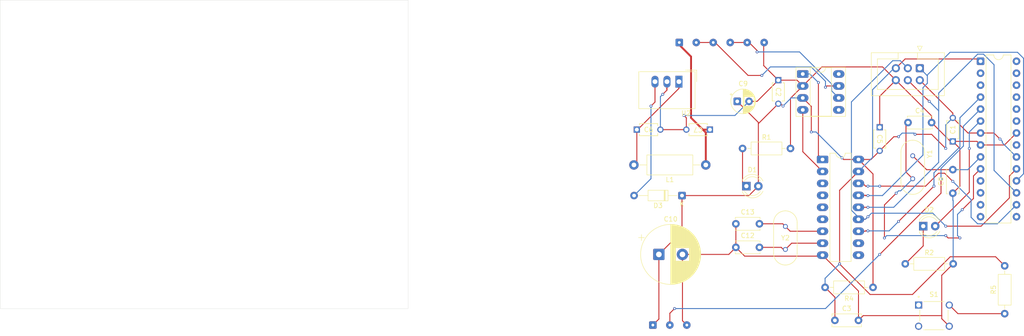
<source format=kicad_pcb>
(kicad_pcb (version 20241229) (generator "pcbnew") (generator_version "9.0")
  (layers (0 "F.Cu" signal) (2 "B.Cu" signal) (13 "F.Paste" user) (15 "B.Paste" user) (5 "F.SilkS" user "F.Silkscreen") (7 "B.SilkS" user "B.Silkscreen") (1 "F.Mask" user) (3 "B.Mask" user) (25 "Edge.Cuts" user))
  (net 0 "")
  (net 1 "+5V")
  (net 2 "GND")
  (net 3 "RST")
  (net 4 "+12V")
  (net 5 "O1")
  (net 6 "O2")
  (net 7 "Net-(D1-K)")
  (net 8 "LED1")
  (net 9 "Net-(D2-K)")
  (net 10 "Net-(D3-A)")
  (net 11 "CANLN")
  (net 12 "CANHP")
  (net 13 "DIO")
  (net 14 "SCK")
  (net 15 "MISO")
  (net 16 "MOSI")
  (net 17 "Net-(R5-Pad1)")
  (net 21 "TXCAN")
  (net 23 "INT")
  (net 25 "SS")
  (net 26 "RXCAN")
  (net 31 "Net-(U4-XTAL2{slash}PB7)")
  (net 32 "Net-(U4-XTAL1{slash}PB6)")
  (net 44 "Net-(U2-Vin)")
  (footprint "ABL-16.000MHZ-B2:XTAL_HC49P488W46L1150T500H350" (layer "F.Cu") (at 166 57.5 -90)
    (property "Reference" "Y1" (at -2.825 -3.585 90) (layer "F.SilkS"))
    (property "Value" "16 MHz")
    (pad "1" thru_hole circle (at -2.44 0 270) (size 1.007 1.007) (drill 0.657) (layers "*.Cu" "*.Mask") (net 32 "Net-(U4-XTAL1{slash}PB6)"))
    (pad "2" thru_hole circle (at 2.44 0 270) (size 1.007 1.007) (drill 0.657) (layers "*.Cu" "*.Mask") (net 31 "Net-(U4-XTAL2{slash}PB7)"))
  )
  (footprint "footprints:K104K10X7RF5UH5_VIS" (layer "F.Cu") (at 159 49.000005 -90)
    (property "Reference" "C5" (at 2.499995 0 270) (layer "F.SilkS"))
    (property "Value" "100 n")
    (pad "1" thru_hole rect (at 0 0 270) (size 1.3208 1.3208) (drill 0.8128) (layers "*.Cu" "*.Mask") (net 2 "GND"))
    (pad "2" thru_hole circle (at 4.99999 0 270) (size 1.3208 1.3208) (drill 0.8128) (layers "*.Cu" "*.Mask") (net 1 "+5V"))
  )
  (footprint "Connector_IDC:IDC-Header_2x03_P2.54mm_Vertical" (layer "F.Cu") (at 167.5 36.46 -90)
    (property "Reference" "J3" (hide yes))
    (property "Value" "AVR-ISP-6")
    (pad "1" thru_hole roundrect (at 0 0 270) (size 1.7 1.7) (drill 1) (layers "*.Cu" "*.Mask") (roundrect_rratio 0.147059) (net 15 "MISO"))
    (pad "2" thru_hole circle (at 2.54 0 270) (size 1.7 1.7) (drill 1) (layers "*.Cu" "*.Mask") (net 1 "+5V"))
    (pad "3" thru_hole circle (at 0 2.54 270) (size 1.7 1.7) (drill 1) (layers "*.Cu" "*.Mask") (net 14 "SCK"))
    (pad "4" thru_hole circle (at 2.54 2.54 270) (size 1.7 1.7) (drill 1) (layers "*.Cu" "*.Mask") (net 16 "MOSI"))
    (pad "5" thru_hole circle (at 0 5.08 270) (size 1.7 1.7) (drill 1) (layers "*.Cu" "*.Mask") (net 3 "RST"))
    (pad "6" thru_hole circle (at 2.54 5.08 270) (size 1.7 1.7) (drill 1) (layers "*.Cu" "*.Mask") (net 2 "GND"))
  )
  (footprint "footprints:K104K10X7RF5UH5_VIS" (layer "F.Cu") (at 122.999995 49.5 180)
    (property "Reference" "C7" (at 2.499995 0 180) (layer "F.SilkS"))
    (property "Value" "1 u")
    (pad "1" thru_hole rect (at 0 0 180) (size 1.3208 1.3208) (drill 0.8128) (layers "*.Cu" "*.Mask") (net 4 "+12V"))
    (pad "2" thru_hole circle (at 4.99999 0 180) (size 1.3208 1.3208) (drill 0.8128) (layers "*.Cu" "*.Mask") (net 2 "GND"))
  )
  (footprint "Resistor_THT:R_Axial_DIN0207_L6.3mm_D2.5mm_P10.16mm_Horizontal" (layer "F.Cu") (at 129.92 53.5)
    (property "Reference" "R1" (at 5.08 -2.37 0) (layer "F.SilkS"))
    (property "Value" "560")
    (pad "1" thru_hole circle (at 0 0) (size 1.6 1.6) (drill 0.8) (layers "*.Cu" "*.Mask") (net 7 "Net-(D1-K)"))
    (pad "2" thru_hole circle (at 10.16 0) (size 1.6 1.6) (drill 0.8) (layers "*.Cu" "*.Mask") (net 2 "GND"))
  )
  (footprint "Connector_Wire:SolderWire-0.1sqmm_1x06_P3.6mm_D0.4mm_OD1mm" (layer "F.Cu") (at 116.5 31)
    (property "Reference" "J1" (hide yes))
    (property "Value" "Conn_01x06_Socket")
    (pad "1" thru_hole roundrect (at 0 0) (size 1.6 1.6) (drill 0.6) (layers "*.Cu" "*.Mask") (roundrect_rratio 0.15625) (net 4 "+12V"))
    (pad "2" thru_hole circle (at 3.6 0) (size 1.6 1.6) (drill 0.6) (layers "*.Cu" "*.Mask") (net 12 "CANHP"))
    (pad "3" thru_hole circle (at 7.2 0) (size 1.6 1.6) (drill 0.6) (layers "*.Cu" "*.Mask") (net 12 "CANHP"))
    (pad "4" thru_hole circle (at 10.8 0) (size 1.6 1.6) (drill 0.6) (layers "*.Cu" "*.Mask") (net 11 "CANLN"))
    (pad "5" thru_hole circle (at 14.4 0) (size 1.6 1.6) (drill 0.6) (layers "*.Cu" "*.Mask") (net 11 "CANLN"))
    (pad "6" thru_hole circle (at 18 0) (size 1.6 1.6) (drill 0.6) (layers "*.Cu" "*.Mask") (net 2 "GND"))
  )
  (footprint "Package_DIP:DIP-18_W7.62mm_LongPads" (layer "F.Cu") (at 146.88 55.84)
    (property "Reference" "U1" (hide yes))
    (property "Value" "MCP2515-I_SO")
    (pad "1" thru_hole roundrect (at 0 0) (size 2.4 1.6) (drill 0.8) (layers "*.Cu" "*.Mask") (roundrect_rratio 0.15625) (net 21 "TXCAN"))
    (pad "2" thru_hole oval (at 0 2.54) (size 2.4 1.6) (drill 0.8) (layers "*.Cu" "*.Mask") (net 26 "RXCAN"))
    (pad "3" thru_hole oval (at 0 5.08) (size 2.4 1.6) (drill 0.8) (layers "*.Cu" "*.Mask"))
    (pad "4" thru_hole oval (at 0 7.62) (size 2.4 1.6) (drill 0.8) (layers "*.Cu" "*.Mask"))
    (pad "5" thru_hole oval (at 0 10.16) (size 2.4 1.6) (drill 0.8) (layers "*.Cu" "*.Mask"))
    (pad "6" thru_hole oval (at 0 12.7) (size 2.4 1.6) (drill 0.8) (layers "*.Cu" "*.Mask"))
    (pad "7" thru_hole oval (at 0 15.24) (size 2.4 1.6) (drill 0.8) (layers "*.Cu" "*.Mask") (net 6 "O2"))
    (pad "8" thru_hole oval (at 0 17.78) (size 2.4 1.6) (drill 0.8) (layers "*.Cu" "*.Mask") (net 5 "O1"))
    (pad "9" thru_hole oval (at 0 20.32) (size 2.4 1.6) (drill 0.8) (layers "*.Cu" "*.Mask") (net 2 "GND"))
    (pad "10" thru_hole oval (at 7.62 20.32) (size 2.4 1.6) (drill 0.8) (layers "*.Cu" "*.Mask"))
    (pad "11" thru_hole oval (at 7.62 17.78) (size 2.4 1.6) (drill 0.8) (layers "*.Cu" "*.Mask"))
    (pad "12" thru_hole oval (at 7.62 15.24) (size 2.4 1.6) (drill 0.8) (layers "*.Cu" "*.Mask") (net 23 "INT"))
    (pad "13" thru_hole oval (at 7.62 12.7) (size 2.4 1.6) (drill 0.8) (layers "*.Cu" "*.Mask") (net 14 "SCK"))
    (pad "14" thru_hole oval (at 7.62 10.16) (size 2.4 1.6) (drill 0.8) (layers "*.Cu" "*.Mask") (net 16 "MOSI"))
    (pad "15" thru_hole oval (at 7.62 7.62) (size 2.4 1.6) (drill 0.8) (layers "*.Cu" "*.Mask") (net 15 "MISO"))
    (pad "16" thru_hole oval (at 7.62 5.08) (size 2.4 1.6) (drill 0.8) (layers "*.Cu" "*.Mask") (net 25 "SS"))
    (pad "17" thru_hole oval (at 7.62 2.54) (size 2.4 1.6) (drill 0.8) (layers "*.Cu" "*.Mask") (net 3 "RST"))
    (pad "18" thru_hole oval (at 7.62 0) (size 2.4 1.6) (drill 0.8) (layers "*.Cu" "*.Mask") (net 1 "+5V"))
  )
  (footprint "Inductor_THT:L_Axial_L9.5mm_D4.0mm_P15.24mm_Horizontal_Fastron_SMCC" (layer "F.Cu") (at 122.125 57 180)
    (property "Reference" "L1" (at 7.62 -3.12 0) (layer "F.SilkS"))
    (property "Value" "5.6 uH")
    (pad "1" thru_hole circle (at 0 0 180) (size 2 2) (drill 1) (layers "*.Cu" "*.Mask") (net 4 "+12V"))
    (pad "2" thru_hole circle (at 15.24 0 180) (size 2 2) (drill 1) (layers "*.Cu" "*.Mask") (net 44 "Net-(U2-Vin)"))
  )
  (footprint "Connector_Wire:SolderWire-0.1sqmm_1x03_P3.6mm_D0.4mm_OD1mm" (layer "F.Cu") (at 110.9 91)
    (property "Reference" "J2" (hide yes))
    (property "Value" "Conn_01x03_Socket" (hide yes))
    (pad "1" thru_hole roundrect (at 0 0) (size 1.6 1.6) (drill 0.6) (layers "*.Cu" "*.Mask") (roundrect_rratio 0.15625) (net 1 "+5V"))
    (pad "2" thru_hole circle (at 3.6 0) (size 1.6 1.6) (drill 0.6) (layers "*.Cu" "*.Mask") (net 13 "DIO"))
    (pad "3" thru_hole circle (at 7.2 0) (size 1.6 1.6) (drill 0.6) (layers "*.Cu" "*.Mask") (net 2 "GND"))
  )
  (footprint "Capacitor_THT:C_Disc_D5.0mm_W2.5mm_P5.00mm" (layer "F.Cu") (at 128.5 69.5)
    (property "Reference" "C13" (at 2.5 -2.5 0) (layer "F.SilkS"))
    (property "Value" "22 p")
    (pad "1" thru_hole circle (at 0 0) (size 1.6 1.6) (drill 0.8) (layers "*.Cu" "*.Mask") (net 2 "GND"))
    (pad "2" thru_hole circle (at 5 0) (size 1.6 1.6) (drill 0.8) (layers "*.Cu" "*.Mask") (net 6 "O2"))
  )
  (footprint "Converter_DCDC:Converter_DCDC_TRACO_TSR-1_THT" (layer "F.Cu") (at 116.4325 39.3175 180)
    (property "Reference" "U2" (at -1.5 -6.71 0) (layer "F.SilkS"))
    (property "Value" "TSR_1-2450")
    (pad "1" thru_hole rect (at 0 0 180) (size 1.5 2.5) (drill 1) (layers "*.Cu" "*.Mask") (net 44 "Net-(U2-Vin)"))
    (pad "2" thru_hole oval (at 2.54 0 180) (size 1.5 2.5) (drill 1) (layers "*.Cu" "*.Mask") (net 2 "GND"))
    (pad "3" thru_hole oval (at 5.08 0 180) (size 1.5 2.5) (drill 1) (layers "*.Cu" "*.Mask") (net 10 "Net-(D3-A)"))
  )
  (footprint "Package_DIP:DIP-28_W7.62mm" (layer "F.Cu") (at 180.38 34.98)
    (property "Reference" "U4" (hide yes))
    (property "Value" "ATmega328-P" (hide yes))
    (pad "1" thru_hole roundrect (at 0 0) (size 1.6 1.6) (drill 0.8) (layers "*.Cu" "*.Mask") (roundrect_rratio 0.15625) (net 3 "RST"))
    (pad "2" thru_hole circle (at 0 2.54) (size 1.6 1.6) (drill 0.8) (layers "*.Cu" "*.Mask"))
    (pad "3" thru_hole circle (at 0 5.08) (size 1.6 1.6) (drill 0.8) (layers "*.Cu" "*.Mask"))
    (pad "4" thru_hole circle (at 0 7.62) (size 1.6 1.6) (drill 0.8) (layers "*.Cu" "*.Mask") (net 23 "INT"))
    (pad "5" thru_hole circle (at 0 10.16) (size 1.6 1.6) (drill 0.8) (layers "*.Cu" "*.Mask") (net 13 "DIO"))
    (pad "6" thru_hole circle (at 0 12.7) (size 1.6 1.6) (drill 0.8) (layers "*.Cu" "*.Mask") (net 8 "LED1"))
    (pad "7" thru_hole circle (at 0 15.24) (size 1.6 1.6) (drill 0.8) (layers "*.Cu" "*.Mask") (net 1 "+5V"))
    (pad "8" thru_hole circle (at 0 17.78) (size 1.6 1.6) (drill 0.8) (layers "*.Cu" "*.Mask") (net 2 "GND"))
    (pad "9" thru_hole circle (at 0 20.32) (size 1.6 1.6) (drill 0.8) (layers "*.Cu" "*.Mask") (net 32 "Net-(U4-XTAL1{slash}PB6)"))
    (pad "10" thru_hole circle (at 0 22.86) (size 1.6 1.6) (drill 0.8) (layers "*.Cu" "*.Mask") (net 31 "Net-(U4-XTAL2{slash}PB7)"))
    (pad "11" thru_hole circle (at 0 25.4) (size 1.6 1.6) (drill 0.8) (layers "*.Cu" "*.Mask"))
    (pad "12" thru_hole circle (at 0 27.94) (size 1.6 1.6) (drill 0.8) (layers "*.Cu" "*.Mask"))
    (pad "13" thru_hole circle (at 0 30.48) (size 1.6 1.6) (drill 0.8) (layers "*.Cu" "*.Mask"))
    (pad "14" thru_hole circle (at 0 33.02) (size 1.6 1.6) (drill 0.8) (layers "*.Cu" "*.Mask"))
    (pad "15" thru_hole circle (at 7.62 33.02) (size 1.6 1.6) (drill 0.8) (layers "*.Cu" "*.Mask"))
    (pad "16" thru_hole circle (at 7.62 30.48) (size 1.6 1.6) (drill 0.8) (layers "*.Cu" "*.Mask") (net 25 "SS"))
    (pad "17" thru_hole circle (at 7.62 27.94) (size 1.6 1.6) (drill 0.8) (layers "*.Cu" "*.Mask") (net 16 "MOSI"))
    (pad "18" thru_hole circle (at 7.62 25.4) (size 1.6 1.6) (drill 0.8) (layers "*.Cu" "*.Mask") (net 15 "MISO"))
    (pad "19" thru_hole circle (at 7.62 22.86) (size 1.6 1.6) (drill 0.8) (layers "*.Cu" "*.Mask") (net 14 "SCK"))
    (pad "20" thru_hole circle (at 7.62 20.32) (size 1.6 1.6) (drill 0.8) (layers "*.Cu" "*.Mask") (net 1 "+5V"))
    (pad "21" thru_hole circle (at 7.62 17.78) (size 1.6 1.6) (drill 0.8) (layers "*.Cu" "*.Mask"))
    (pad "22" thru_hole circle (at 7.62 15.24) (size 1.6 1.6) (drill 0.8) (layers "*.Cu" "*.Mask") (net 2 "GND"))
    (pad "23" thru_hole circle (at 7.62 12.7) (size 1.6 1.6) (drill 0.8) (layers "*.Cu" "*.Mask"))
    (pad "24" thru_hole circle (at 7.62 10.16) (size 1.6 1.6) (drill 0.8) (layers "*.Cu" "*.Mask"))
    (pad "25" thru_hole circle (at 7.62 7.62) (size 1.6 1.6) (drill 0.8) (layers "*.Cu" "*.Mask"))
    (pad "26" thru_hole circle (at 7.62 5.08) (size 1.6 1.6) (drill 0.8) (layers "*.Cu" "*.Mask"))
    (pad "27" thru_hole circle (at 7.62 2.54) (size 1.6 1.6) (drill 0.8) (layers "*.Cu" "*.Mask"))
    (pad "28" thru_hole circle (at 7.62 0) (size 1.6 1.6) (drill 0.8) (layers "*.Cu" "*.Mask"))
  )
  (footprint "TS02_66_55_BK_100_LCR_D:SW_TS02-66-55-BK-100-LCR-D" (layer "F.Cu") (at 170.5 89)
    (property "Reference" "S1" (at 0 -4.5 0) (layer "F.SilkS"))
    (property "Value" "TS02-66-55-BK-100-LCR-D" (hide yes))
    (pad "1" thru_hole rect (at -3.25 -2.25) (size 1.508 1.508) (drill 1) (layers "*.Cu" "*.Mask"))
    (pad "2" thru_hole circle (at 3.25 -2.25) (size 1.508 1.508) (drill 1) (layers "*.Cu" "*.Mask") (net 17 "Net-(R5-Pad1)"))
    (pad "3" thru_hole circle (at -3.25 2.25) (size 1.508 1.508) (drill 1) (layers "*.Cu" "*.Mask"))
    (pad "4" thru_hole circle (at 3.25 2.25) (size 1.508 1.508) (drill 1) (layers "*.Cu" "*.Mask") (net 2 "GND"))
  )
  (footprint "Capacitor_THT:C_Disc_D5.0mm_W2.5mm_P5.00mm" (layer "F.Cu") (at 165 48)
    (property "Reference" "C4" (at 2.5 -2.5 0) (layer "F.SilkS"))
    (property "Value" "22 p")
    (pad "1" thru_hole circle (at 0 0) (size 1.6 1.6) (drill 0.8) (layers "*.Cu" "*.Mask") (net 31 "Net-(U4-XTAL2{slash}PB7)"))
    (pad "2" thru_hole circle (at 5 0) (size 1.6 1.6) (drill 0.8) (layers "*.Cu" "*.Mask") (net 2 "GND"))
  )
  (footprint "Diode_THT:D_DO-35_SOD27_P10.16mm_Horizontal" (layer "F.Cu") (at 117.08 63.5 180)
    (property "Reference" "D3" (at 5.08 -2.12 0) (layer "F.SilkS"))
    (property "Value" "D" (hide yes))
    (fp_text user "K" (at 0 -1.8 0) (layer "F.SilkS"))
    (pad "1" thru_hole roundrect (at 0 0 180) (size 1.6 1.6) (drill 0.8) (layers "*.Cu" "*.Mask") (roundrect_rratio 0.15625) (net 1 "+5V"))
    (pad "2" thru_hole circle (at 10.16 0 180) (size 1.6 1.6) (drill 0.8) (layers "*.Cu" "*.Mask") (net 10 "Net-(D3-A)"))
  )
  (footprint "Capacitor_THT:CP_Radial_D5.0mm_P2.50mm" (layer "F.Cu") (at 128.794888 43.5)
    (property "Reference" "C9" (at 1.25 -3.75 0) (layer "F.SilkS"))
    (property "Value" "10 u")
    (pad "1" thru_hole roundrect (at 0 0) (size 1.6 1.6) (drill 0.8) (layers "*.Cu" "*.Mask") (roundrect_rratio 0.15625) (net 1 "+5V"))
    (pad "2" thru_hole circle (at 2.5 0) (size 1.6 1.6) (drill 0.8) (layers "*.Cu" "*.Mask") (net 2 "GND"))
  )
  (footprint "Resistor_THT:R_Axial_DIN0207_L6.3mm_D2.5mm_P10.16mm_Horizontal" (layer "F.Cu") (at 164.42 78)
    (property "Reference" "R2" (at 5.08 -2.37 0) (layer "F.SilkS"))
    (property "Value" "560")
    (pad "1" thru_hole circle (at 0 0) (size 1.6 1.6) (drill 0.8) (layers "*.Cu" "*.Mask") (net 9 "Net-(D2-K)"))
    (pad "2" thru_hole circle (at 10.16 0) (size 1.6 1.6) (drill 0.8) (layers "*.Cu" "*.Mask") (net 2 "GND"))
  )
  (footprint "LED_THT:LED_D4.0mm" (layer "F.Cu") (at 130.73 61.5)
    (property "Reference" "D1" (at 1.27 -3.46 0) (layer "F.SilkS"))
    (property "Value" "BLUE")
    (pad "1" thru_hole rect (at 0 0) (size 1.8 1.8) (drill 0.9) (layers "*.Cu" "*.Mask") (net 7 "Net-(D1-K)"))
    (pad "2" thru_hole circle (at 2.54 0) (size 1.8 1.8) (drill 0.9) (layers "*.Cu" "*.Mask") (net 1 "+5V"))
  )
  (footprint "ABL-16.000MHZ-B2:XTAL_HC49P488W46L1150T500H350" (layer "F.Cu") (at 139 72.5 90)
    (property "Reference" "Y2" (at 0 0 180) (layer "F.SilkS"))
    (property "Value" "8 MHz")
    (pad "1" thru_hole circle (at -2.44 0 90) (size 1.007 1.007) (drill 0.657) (layers "*.Cu" "*.Mask") (net 5 "O1"))
    (pad "2" thru_hole circle (at 2.44 0 90) (size 1.007 1.007) (drill 0.657) (layers "*.Cu" "*.Mask") (net 6 "O2"))
  )
  (footprint "Capacitor_THT:C_Disc_D5.0mm_W2.5mm_P5.00mm" (layer "F.Cu") (at 128.5 74.5)
    (property "Reference" "C12" (at 2.5 -2.5 0) (layer "F.SilkS"))
    (property "Value" "22 p")
    (pad "1" thru_hole circle (at 0 0) (size 1.6 1.6) (drill 0.8) (layers "*.Cu" "*.Mask") (net 2 "GND"))
    (pad "2" thru_hole circle (at 5 0) (size 1.6 1.6) (drill 0.8) (layers "*.Cu" "*.Mask") (net 5 "O1"))
  )
  (footprint "footprints:K104K10X7RF5UH5_VIS" (layer "F.Cu") (at 107.500005 49.5)
    (property "Reference" "C6" (at 2.499995 0 0) (layer "F.SilkS"))
    (property "Value" "1 u")
    (pad "1" thru_hole rect (at 0 0) (size 1.3208 1.3208) (drill 0.8128) (layers "*.Cu" "*.Mask") (net 44 "Net-(U2-Vin)"))
    (pad "2" thru_hole circle (at 4.99999 0) (size 1.3208 1.3208) (drill 0.8128) (layers "*.Cu" "*.Mask") (net 2 "GND"))
  )
  (footprint "footprints:K104K10X7RF5UH5_VIS" (layer "F.Cu") (at 174.5 51.999995 90)
    (property "Reference" "C1" (at 2.499995 0 90) (layer "F.SilkS"))
    (property "Value" "100 n")
    (pad "1" thru_hole rect (at 0 0 90) (size 1.3208 1.3208) (drill 0.8128) (layers "*.Cu" "*.Mask") (net 2 "GND"))
    (pad "2" thru_hole circle (at 4.99999 0 90) (size 1.3208 1.3208) (drill 0.8128) (layers "*.Cu" "*.Mask") (net 1 "+5V"))
  )
  (footprint "Resistor_THT:R_Axial_DIN0207_L6.3mm_D2.5mm_P10.16mm_Horizontal" (layer "F.Cu") (at 157.58 83 180)
    (property "Reference" "R4" (at 5.08 -2.37 0) (layer "F.SilkS"))
    (property "Value" "10 K")
    (pad "1" thru_hole circle (at 0 0 180) (size 1.6 1.6) (drill 0.8) (layers "*.Cu" "*.Mask") (net 1 "+5V"))
    (pad "2" thru_hole circle (at 10.16 0 180) (size 1.6 1.6) (drill 0.8) (layers "*.Cu" "*.Mask") (net 3 "RST"))
  )
  (footprint "Capacitor_THT:CP_Radial_D12.5mm_P5.00mm" (layer "F.Cu") (at 112.176041 76)
    (property "Reference" "C10" (at 2.5 -7.5 0) (layer "F.SilkS"))
    (property "Value" "1000 u")
    (pad "1" thru_hole roundrect (at 0 0) (size 2.4 2.4) (drill 1.2) (layers "*.Cu" "*.Mask") (roundrect_rratio 0.104167) (net 1 "+5V"))
    (pad "2" thru_hole circle (at 5 0) (size 2.4 2.4) (drill 1.2) (layers "*.Cu" "*.Mask") (net 2 "GND"))
  )
  (footprint "LED_THT:LED_D4.0mm" (layer "F.Cu") (at 168.23 70)
    (property "Reference" "D2" (at 1.27 -3.46 0) (layer "F.SilkS"))
    (property "Value" "GREEN")
    (pad "1" thru_hole rect (at 0 0) (size 1.8 1.8) (drill 0.9) (layers "*.Cu" "*.Mask") (net 9 "Net-(D2-K)"))
    (pad "2" thru_hole circle (at 2.54 0) (size 1.8 1.8) (drill 0.9) (layers "*.Cu" "*.Mask") (net 8 "LED1"))
  )
  (footprint "Package_DIP:DIP-8_W7.62mm_Socket_LongPads" (layer "F.Cu") (at 142.69 37.69)
    (property "Reference" "U3" (hide yes))
    (property "Value" "MCP2561-E_SN")
    (pad "1" thru_hole roundrect (at 0 0) (size 2.4 1.6) (drill 0.8) (layers "*.Cu" "*.Mask") (roundrect_rratio 0.15625) (net 21 "TXCAN"))
    (pad "2" thru_hole oval (at 0 2.54) (size 2.4 1.6) (drill 0.8) (layers "*.Cu" "*.Mask") (net 2 "GND"))
    (pad "3" thru_hole oval (at 0 5.08) (size 2.4 1.6) (drill 0.8) (layers "*.Cu" "*.Mask") (net 1 "+5V"))
    (pad "4" thru_hole oval (at 0 7.62) (size 2.4 1.6) (drill 0.8) (layers "*.Cu" "*.Mask") (net 26 "RXCAN"))
    (pad "5" thru_hole oval (at 7.62 7.62) (size 2.4 1.6) (drill 0.8) (layers "*.Cu" "*.Mask"))
    (pad "6" thru_hole oval (at 7.62 5.08) (size 2.4 1.6) (drill 0.8) (layers "*.Cu" "*.Mask") (net 11 "CANLN"))
    (pad "7" thru_hole oval (at 7.62 2.54) (size 2.4 1.6) (drill 0.8) (layers "*.Cu" "*.Mask") (net 12 "CANHP"))
    (pad "8" thru_hole oval (at 7.62 0) (size 2.4 1.6) (drill 0.8) (layers "*.Cu" "*.Mask"))
  )
  (footprint "Capacitor_THT:C_Disc_D6.0mm_W2.5mm_P5.00mm" (layer "F.Cu") (at 149.5 90)
    (property "Reference" "C3" (at 2.5 -2.5 0) (layer "F.SilkS"))
    (property "Value" "0.1 u")
    (pad "1" thru_hole circle (at 0 0) (size 1.6 1.6) (drill 0.8) (layers "*.Cu" "*.Mask") (net 3 "RST"))
    (pad "2" thru_hole circle (at 5 0) (size 1.6 1.6) (drill 0.8) (layers "*.Cu" "*.Mask") (net 2 "GND"))
  )
  (footprint "footprints:K104K10X7RF5UH5_VIS" (layer "F.Cu") (at 137.5 39.000005 -90)
    (property "Reference" "C2" (at 2.499995 0 270) (layer "F.SilkS"))
    (property "Value" "100 n")
    (pad "1" thru_hole rect (at 0 0 270) (size 1.3208 1.3208) (drill 0.8128) (layers "*.Cu" "*.Mask") (net 2 "GND"))
    (pad "2" thru_hole circle (at 4.99999 0 270) (size 1.3208 1.3208) (drill 0.8128) (layers "*.Cu" "*.Mask") (net 1 "+5V"))
  )
  (footprint "Resistor_THT:R_Axial_DIN0207_L6.3mm_D2.5mm_P10.16mm_Horizontal" (layer "F.Cu") (at 185.5 88.58 90)
    (property "Reference" "R5" (at 5.08 -2.37 90) (layer "F.SilkS"))
    (property "Value" "1 K")
    (pad "1" thru_hole circle (at 0 0 90) (size 1.6 1.6) (drill 0.8) (layers "*.Cu" "*.Mask") (net 17 "Net-(R5-Pad1)"))
    (pad "2" thru_hole circle (at 10.16 0 90) (size 1.6 1.6) (drill 0.8) (layers "*.Cu" "*.Mask") (net 3 "RST"))
  )
  (footprint "Capacitor_THT:C_Disc_D5.0mm_W2.5mm_P5.00mm" (layer "F.Cu") (at 174.5 63 90)
    (property "Reference" "C8" (at 2.5 -2.5 90) (layer "F.SilkS"))
    (property "Value" "22 p")
    (pad "1" thru_hole circle (at 0 0 90) (size 1.6 1.6) (drill 0.8) (layers "*.Cu" "*.Mask") (net 2 "GND"))
    (pad "2" thru_hole circle (at 5 0 90) (size 1.6 1.6) (drill 0.8) (layers "*.Cu" "*.Mask") (net 32 "Net-(U4-XTAL1{slash}PB6)"))
  )
  (gr_rect (start -27.5 22) (end 59 87.5) (stroke (width 0.05)) (fill no) (layer "Edge.Cuts"))
  (segment (start 161.999995 51) (end 163 51) (width 0.2) (layer "F.Cu") (net 1))
  (segment (start 180.38 50.22) (end 183.22 50.22) (width 0.2) (layer "F.Cu") (net 1))
  (segment (start 133.27 48.229995) (end 133.27 47.975112) (width 0.2) (layer "F.Cu") (net 1))
  (segment (start 131.27 63.5) (end 133.27 61.5) (width 0.2) (layer "F.Cu") (net 1))
  (segment (start 151 55.5) (end 151.34 55.84) (width 0.2) (layer "F.Cu") (net 1))
  (segment (start 112.176041 76) (end 112.176041 89.723959) (width 0.2) (layer "F.Cu") (net 1))
  (segment (start 117.08 71.096041) (end 112.176041 76) (width 0.2) (layer "F.Cu") (net 1))
  (segment (start 142.69 42.77) (end 144.5 44.58) (width 0.2) (layer "F.Cu") (net 1))
  (segment (start 133.27 48.229995) (end 137.5 43.999995) (width 0.2) (layer "F.Cu") (net 1))
  (segment (start 137.999995 43.999995) (end 138.5 44.5) (width 0.2) (layer "F.Cu") (net 1))
  (segment (start 174.5 47.000005) (end 177.719995 50.22) (width 0.2) (layer "F.Cu") (net 1))
  (segment (start 166.5 50.5) (end 170 50.5) (width 0.2) (layer "F.Cu") (net 1))
  (segment (start 157.58 58.92) (end 154.5 55.84) (width 0.2) (layer "F.Cu") (net 1))
  (segment (start 117.08 63.5) (end 131.27 63.5) (width 0.2) (layer "F.Cu") (net 1))
  (segment (start 151.34 55.84) (end 154.5 55.84) (width 0.2) (layer "F.Cu") (net 1))
  (segment (start 133.27 47.975112) (end 128.794888 43.5) (width 0.2) (layer "F.Cu") (net 1))
  (segment (start 183.22 50.22) (end 184.5 51.5) (width 0.2) (layer "F.Cu") (net 1))
  (segment (start 117.08 63.5) (end 117.08 71.096041) (width 0.2) (layer "F.Cu") (net 1))
  (segment (start 177.719995 50.22) (end 180.38 50.22) (width 0.2) (layer "F.Cu") (net 1))
  (segment (start 157.159995 55.84) (end 159 53.999995) (width 0.2) (layer "F.Cu") (net 1))
  (segment (start 137.5 43.999995) (end 137.999995 43.999995) (width 0.2) (layer "F.Cu") (net 1))
  (segment (start 159 53.999995) (end 161.999995 51) (width 0.2) (layer "F.Cu") (net 1))
  (segment (start 144.5 44.58) (end 144.5 50) (width 0.2) (layer "F.Cu") (net 1))
  (segment (start 112.176041 89.723959) (end 110.9 91) (width 0.2) (layer "F.Cu") (net 1))
  (segment (start 133.27 61.5) (end 133.27 48.229995) (width 0.2) (layer "F.Cu") (net 1))
  (segment (start 170 50.5) (end 173 53.5) (width 0.2) (layer "F.Cu") (net 1))
  (segment (start 174.5 46) (end 174.5 47.000005) (width 0.2) (layer "F.Cu") (net 1))
  (segment (start 157.58 83) (end 157.58 58.92) (width 0.2) (layer "F.Cu") (net 1))
  (segment (start 167.5 39) (end 174.5 46) (width 0.2) (layer "F.Cu") (net 1))
  (segment (start 154.5 55.84) (end 157.159995 55.84) (width 0.2) (layer "F.Cu") (net 1))
  (via (at 144.5 50) (size 0.6) (drill 0.3) (layers "F.Cu" "B.Cu") (net 1))
  (via (at 138.5 44.5) (size 0.6) (drill 0.3) (layers "F.Cu" "B.Cu") (net 1))
  (via (at 166.5 50.5) (size 0.6) (drill 0.3) (layers "F.Cu" "B.Cu") (net 1))
  (via (at 151 55.5) (size 0.6) (drill 0.3) (layers "F.Cu" "B.Cu") (net 1))
  (via (at 173 53.5) (size 0.6) (drill 0.3) (layers "F.Cu" "B.Cu") (net 1))
  (via (at 184.5 51.5) (size 0.6) (drill 0.3) (layers "F.Cu" "B.Cu") (net 1))
  (via (at 163 51) (size 0.6) (drill 0.3) (layers "F.Cu" "B.Cu") (net 1))
  (segment (start 185 52) (end 185 52.3) (width 0.2) (layer "B.Cu") (net 1))
  (segment (start 173 53.5) (end 172.9926 53.4926) (width 0.2) (layer "B.Cu") (net 1))
  (segment (start 184.5 51.5) (end 185 52) (width 0.2) (layer "B.Cu") (net 1))
  (segment (start 144.5 50) (end 145.5 50) (width 0.2) (layer "B.Cu") (net 1))
  (segment (start 172.9926 53.4926) (end 172.9926 48.507405) (width 0.2) (layer "B.Cu") (net 1))
  (segment (start 163.762156 50.237844) (end 166.237844 50.237844) (width 0.2) (layer "B.Cu") (net 1))
  (segment (start 138.5 44.5) (end 140.23 42.77) (width 0.2) (layer "B.Cu") (net 1))
  (segment (start 172.9926 48.507405) (end 174.5 47.000005) (width 0.2) (layer "B.Cu") (net 1))
  (segment (start 163 51) (end 163.762156 50.237844) (width 0.2) (layer "B.Cu") (net 1))
  (segment (start 166.237844 50.237844) (end 166.5 50.5) (width 0.2) (layer "B.Cu") (net 1))
  (segment (start 140.23 42.77) (end 142.69 42.77) (width 0.2) (layer "B.Cu") (net 1))
  (segment (start 185 52.3) (end 188 55.3) (width 0.2) (layer "B.Cu") (net 1))
  (segment (start 145.5 50) (end 151 55.5) (width 0.2) (layer "B.Cu") (net 1))
  (segment (start 117.176041 76) (end 117.176041 90.076041) (width 0.2) (layer "F.Cu") (net 2))
  (segment (start 146.731 36.189) (end 142.69 40.23) (width 0.2) (layer "F.Cu") (net 2))
  (segment (start 146.88 76.16) (end 146.6705 76.3695) (width 0.2) (layer "F.Cu") (net 2))
  (segment (start 117.176041 90.076041) (end 118.1 91) (width 0.2) (layer "F.Cu") (net 2))
  (segment (start 134.4 30.5) (end 134.4 35.900005) (width 0.2) (layer "F.Cu") (net 2))
  (segment (start 140.08 53.5) (end 140.08 42.84) (width 0.2) (layer "F.Cu") (net 2))
  (segment (start 130.3695 76.3695) (end 128.5 74.5) (width 0.2) (layer "F.Cu") (net 2))
  (segment (start 117.176041 76) (end 127 76) (width 0.2) (layer "F.Cu") (net 2))
  (segment (start 118.000005 49.5) (end 118.000005 47.000005) (width 0.2) (layer "F.Cu") (net 2))
  (segment (start 172.149 80.431) (end 174.58 78) (width 0.2) (layer "F.Cu") (net 2))
  (segment (start 174.5 51.999995) (end 176.001 53.500995) (width 0.2) (layer "F.Cu") (net 2))
  (segment (start 185.46 52.76) (end 188 50.22) (width 0.2) (layer "F.Cu") (net 2))
  (segment (start 162.42 39) (end 159.609 36.189) (width 0.2) (layer "F.Cu") (net 2))
  (segment (start 118.000005 49.5) (end 112.499995 49.5) (width 0.2) (layer "F.Cu") (net 2))
  (segment (start 140.08 42.84) (end 142.69 40.23) (width 0.2) (layer "F.Cu") (net 2))
  (segment (start 173.75 91.25) (end 172.149 89.649) (width 0.2) (layer "F.Cu") (net 2))
  (segment (start 155.5 89) (end 172.149 89) (width 0.2) (layer "F.Cu") (net 2))
  (segment (start 137.5 39.000005) (end 141.460005 39.000005) (width 0.2) (layer "F.Cu") (net 2))
  (segment (start 174.5 63) (end 174.5 63.5) (width 0.2) (layer "F.Cu") (net 2))
  (segment (start 172.149 89) (end 172.149 80.431) (width 0.2) (layer "F.Cu") (net 2))
  (segment (start 174.5 51.999995) (end 179.619995 51.999995) (width 0.2) (layer "F.Cu") (net 2))
  (segment (start 154.5 83.78) (end 154.5 90) (width 0.2) (layer "F.Cu") (net 2))
  (segment (start 162.42 39) (end 170 46.58) (width 0.2) (layer "F.Cu") (net 2))
  (segment (start 154.5 90) (end 155.5 89) (width 0.2) (layer "F.Cu") (net 2))
  (segment (start 134.4 35.900005) (end 137.5 39.000005) (width 0.2) (layer "F.Cu") (net 2))
  (segment (start 180.38 52.76) (end 185.46 52.76) (width 0.2) (layer "F.Cu") (net 2))
  (segment (start 113.8925 41.1075) (end 113 42) (width 0.2) (layer "F.Cu") (net 2))
  (segment (start 113.8925 39.3175) (end 113.8925 40.736739) (width 0.2) (layer "F.Cu") (net 2))
  (segment (start 179.619995 51.999995) (end 180.38 52.76) (width 0.2) (layer "F.Cu") (net 2))
  (segment (start 162.42 39) (end 159 42.42) (width 0.2) (layer "F.Cu") (net 2))
  (segment (start 146.6705 76.3695) (end 130.3695 76.3695) (width 0.2) (layer "F.Cu") (net 2))
  (segment (start 141.460005 39.000005) (end 142.69 40.23) (width 0.2) (layer "F.Cu") (net 2))
  (segment (start 173.999995 51.999995) (end 174.5 51.999995) (width 0.2) (layer "F.Cu") (net 2))
  (segment (start 176.001 53.500995) (end 176.001 61.499) (width 0.2) (layer "F.Cu") (net 2))
  (segment (start 113.8925 40.736739) (end 113.8035 40.825739) (width 0.2) (layer "F.Cu") (net 2))
  (segment (start 113.8925 39.3175) (end 113.8925 41.1075) (width 0.2) (layer "F.Cu") (net 2))
  (segment (start 127 76) (end 128.5 74.5) (width 0.2) (layer "F.Cu") (net 2))
  (segment (start 118.000005 47.000005) (end 117.5 46.5) (width 0.2) (layer "F.Cu") (net 2))
  (segment (start 159 42.42) (end 159 49.000005) (width 0.2) (layer "F.Cu") (net 2))
  (segment (start 128.5 69.5) (end 128.5 74.5) (width 0.2) (layer "F.Cu") (net 2))
  (segment (start 131.294888 43.5) (end 133.000005 43.5) (width 0.2) (layer "F.Cu") (net 2))
  (segment (start 159.609 36.189) (end 146.731 36.189) (width 0.2) (layer "F.Cu") (net 2))
  (segment (start 133.000005 43.5) (end 137.5 39.000005) (width 0.2) (layer "F.Cu") (net 2))
  (segment (start 170 48) (end 173.999995 51.999995) (width 0.2) (layer "F.Cu") (net 2))
  (segment (start 146.88 76.16) (end 154.5 83.78) (width 0.2) (layer "F.Cu") (net 2))
  (segment (start 172.149 89.649) (end 172.149 89) (width 0.2) (layer "F.Cu") (net 2))
  (segment (start 170 46.58) (end 170 48) (width 0.2) (layer "F.Cu") (net 2))
  (segment (start 176.001 61.499) (end 174.5 63) (width 0.2) (layer "F.Cu") (net 2))
  (via (at 113 42) (size 0.6) (drill 0.3) (layers "F.Cu" "B.Cu") (net 2))
  (via (at 117.5 46.5) (size 0.6) (drill 0.3) (layers "F.Cu" "B.Cu") (net 2))
  (segment (start 113 42) (end 112.499995 42.500005) (width 0.2) (layer "B.Cu") (net 2))
  (segment (start 174.58 64.58) (end 174.58 78) (width 0.2) (layer "B.Cu") (net 2))
  (segment (start 174.5 63) (end 174.5 64.5) (width 0.2) (layer "B.Cu") (net 2))
  (segment (start 128.294888 46.5) (end 131.294888 43.5) (width 0.2) (layer "B.Cu") (net 2))
  (segment (start 174.5 64.5) (end 174.58 64.58) (width 0.2) (layer "B.Cu") (net 2))
  (segment (start 112.499995 42.500005) (end 112.499995 49.5) (width 0.2) (layer "B.Cu") (net 2))
  (segment (start 117.5 46.5) (end 128.294888 46.5) (width 0.2) (layer "B.Cu") (net 2))
  (segment (start 164.38 34.5) (end 179.9 34.5) (width 0.2) (layer "F.Cu") (net 3))
  (segment (start 179.9 34.5) (end 180.38 34.98) (width 0.2) (layer "F.Cu") (net 3))
  (segment (start 149.5 90) (end 149.5 85.08) (width 0.2) (layer "F.Cu") (net 3))
  (segment (start 156.958265 84.501) (end 165.956265 84.501) (width 0.2) (layer "F.Cu") (net 3))
  (segment (start 150.5 62.38) (end 150.5 78) (width 0.2) (layer "F.Cu") (net 3))
  (segment (start 183.579 76.499) (end 185.5 78.42) (width 0.2) (layer "F.Cu") (net 3))
  (segment (start 149.5 85.08) (end 147.42 83) (width 0.2) (layer "F.Cu") (net 3))
  (segment (start 162.42 36.46) (end 164.38 34.5) (width 0.2) (layer "F.Cu") (net 3))
  (segment (start 154.5 58.38) (end 150.5 62.38) (width 0.2) (layer "F.Cu") (net 3))
  (segment (start 150.5 78.042735) (end 156.958265 84.501) (width 0.2) (layer "F.Cu") (net 3))
  (segment (start 150.5 78) (end 150.5 78.042735) (width 0.2) (layer "F.Cu") (net 3))
  (segment (start 165.956265 84.501) (end 173.958265 76.499) (width 0.2) (layer "F.Cu") (net 3))
  (segment (start 173.958265 76.499) (end 183.579 76.499) (width 0.2) (layer "F.Cu") (net 3))
  (via (at 150.5 78) (size 0.6) (drill 0.3) (layers "F.Cu" "B.Cu") (net 3))
  (segment (start 157.4926 41.0074) (end 157.4926 55.3874) (width 0.2) (layer "B.Cu") (net 3))
  (segment (start 157.4926 55.3874) (end 154.5 58.38) (width 0.2) (layer "B.Cu") (net 3))
  (segment (start 162.42 36.46) (end 162.04 36.46) (width 0.2) (layer "B.Cu") (net 3))
  (segment (start 162.04 36.46) (end 157.4926 41.0074) (width 0.2) (layer "B.Cu") (net 3))
  (segment (start 147.42 81.08) (end 147.42 83) (width 0.2) (layer "B.Cu") (net 3))
  (segment (start 150.5 78) (end 147.42 81.08) (width 0.2) (layer "B.Cu") (net 3))
  (segment (start 122.125 50.125) (end 121.5 49.5) (width 0.4) (layer "F.Cu") (net 4))
  (segment (start 119 34) (end 119 47) (width 0.4) (layer "F.Cu") (net 4))
  (segment (start 121.5 49.5) (end 122.999995 49.5) (width 0.4) (layer "F.Cu") (net 4))
  (segment (start 122.125 57) (end 122.125 50.125) (width 0.4) (layer "F.Cu") (net 4))
  (segment (start 119 47) (end 121.5 49.5) (width 0.4) (layer "F.Cu") (net 4))
  (segment (start 116.4 30.5) (end 116.4 31.4) (width 0.4) (layer "F.Cu") (net 4))
  (segment (start 116.4 31.4) (end 119 34) (width 0.4) (layer "F.Cu") (net 4))
  (segment (start 139 74.94) (end 138.56 74.94) (width 0.2) (layer "F.Cu") (net 5))
  (segment (start 146.88 73.62) (end 140.32 73.62) (width 0.2) (layer "F.Cu") (net 5))
  (segment (start 138.12 74.5) (end 133.5 74.5) (width 0.2) (layer "F.Cu") (net 5))
  (segment (start 138.56 74.94) (end 138.12 74.5) (width 0.2) (layer "F.Cu") (net 5))
  (segment (start 140.32 73.62) (end 139 74.94) (width 0.2) (layer "F.Cu") (net 5))
  (segment (start 138.44 69.5) (end 133.5 69.5) (width 0.2) (layer "F.Cu") (net 6))
  (segment (start 140.02 71.08) (end 146.88 71.08) (width 0.2) (layer "F.Cu") (net 6))
  (segment (start 139 70.06) (end 138.44 69.5) (width 0.2) (layer "F.Cu") (net 6))
  (segment (start 139 70.06) (end 140.02 71.08) (width 0.2) (layer "F.Cu") (net 6))
  (segment (start 129.92 60.69) (end 130.73 61.5) (width 0.2) (layer "F.Cu") (net 7))
  (segment (start 129.92 53.5) (end 129.92 60.69) (width 0.2) (layer "F.Cu") (net 7))
  (segment (start 178 62.77) (end 178 53.5) (width 0.2) (layer "F.Cu") (net 8))
  (segment (start 170.77 70) (end 178 62.77) (width 0.2) (layer "F.Cu") (net 8))
  (via (at 178 53.5) (size 0.6) (drill 0.3) (layers "F.Cu" "B.Cu") (net 8))
  (segment (start 180.38 47.68) (end 180.32 47.68) (width 0.2) (layer "B.Cu") (net 8))
  (segment (start 180.32 47.68) (end 178 50) (width 0.2) (layer "B.Cu") (net 8))
  (segment (start 178 50) (end 178 53.5) (width 0.2) (layer "B.Cu") (net 8))
  (segment (start 168.23 74.19) (end 164.42 78) (width 0.2) (layer "F.Cu") (net 9))
  (segment (start 168.23 70) (end 168.23 74.19) (width 0.2) (layer "F.Cu") (net 9))
  (segment (start 111.3525 39.3175) (end 111.3525 43.6475) (width 0.2) (layer "F.Cu") (net 10))
  (segment (start 111.3525 43.6475) (end 110.5 44.5) (width 0.2) (layer "F.Cu") (net 10))
  (via (at 110.5 44.5) (size 0.6) (drill 0.3) (layers "F.Cu" "B.Cu") (net 10))
  (segment (start 110.5 44.5) (end 110.5 59.92) (width 0.2) (layer "B.Cu") (net 10))
  (segment (start 110.5 59.92) (end 106.92 63.5) (width 0.2) (layer "B.Cu") (net 10))
  (segment (start 127.2 30.5) (end 127.7 31) (width 0.2) (layer "F.Cu") (net 11))
  (segment (start 131.3 31) (end 133 32.7) (width 0.2) (layer "F.Cu") (net 11))
  (segment (start 127.7 31) (end 131.3 31) (width 0.2) (layer "F.Cu") (net 11))
  (segment (start 133 32.7) (end 133 33) (width 0.2) (layer "F.Cu") (net 11))
  (via (at 133 33) (size 0.6) (drill 0.3) (layers "F.Cu" "B.Cu") (net 11))
  (segment (start 148.809 39.809) (end 148.809 41.269) (width 0.2) (layer "B.Cu") (net 11))
  (segment (start 148.809 41.269) (end 150.31 42.77) (width 0.2) (layer "B.Cu") (net 11))
  (segment (start 133 33) (end 142 33) (width 0.2) (layer "B.Cu") (net 11))
  (segment (start 142 33) (end 148.809 39.809) (width 0.2) (layer "B.Cu") (net 11))
  (segment (start 120 30.5) (end 120.5 31) (width 0.2) (layer "F.Cu") (net 12))
  (segment (start 120.5 31) (end 124.1 31) (width 0.2) (layer "F.Cu") (net 12))
  (segment (start 147.5 40.5) (end 147.77 40.23) (width 0.2) (layer "F.Cu") (net 12))
  (segment (start 124.1 31) (end 131.1 38) (width 0.2) (layer "F.Cu") (net 12))
  (segment (start 147.77 40.23) (end 150.31 40.23) (width 0.2) (layer "F.Cu") (net 12))
  (segment (start 131.1 38) (end 134 38) (width 0.2) (layer "F.Cu") (net 12))
  (via (at 147.5 40.5) (size 0.6) (drill 0.3) (layers "F.Cu" "B.Cu") (net 12))
  (via (at 134 38) (size 0.6) (drill 0.3) (layers "F.Cu" "B.Cu") (net 12))
  (segment (start 147.5 39.230818) (end 147.5 40.5) (width 0.2) (layer "B.Cu") (net 12))
  (segment (start 134 38) (end 135.811 36.189) (width 0.2) (layer "B.Cu") (net 12))
  (segment (start 135.811 36.189) (end 144.458182 36.189) (width 0.2) (layer "B.Cu") (net 12))
  (segment (start 144.458182 36.189) (end 147.5 39.230818) (width 0.2) (layer "B.Cu") (net 12))
  (segment (start 159 76) (end 172 63) (width 0.2) (layer "F.Cu") (net 13))
  (segment (start 114.5 88.5) (end 115.5 87.5) (width 0.2) (layer "F.Cu") (net 13))
  (segment (start 114.5 91) (end 114.5 88.5) (width 0.2) (layer "F.Cu") (net 13))
  (segment (start 172 63) (end 172 60) (width 0.2) (layer "F.Cu") (net 13))
  (via (at 115.5 87.5) (size 0.6) (drill 0.3) (layers "F.Cu" "B.Cu") (net 13))
  (via (at 172 60) (size 0.6) (drill 0.3) (layers "F.Cu" "B.Cu") (net 13))
  (via (at 159 76) (size 0.6) (drill 0.3) (layers "F.Cu" "B.Cu") (net 13))
  (segment (start 147.5 87.5) (end 159 76) (width 0.2) (layer "B.Cu") (net 13))
  (segment (start 115.5 87.5) (end 147.5 87.5) (width 0.2) (layer "B.Cu") (net 13))
  (segment (start 172 60) (end 172 57.730818) (width 0.2) (layer "B.Cu") (net 13))
  (segment (start 172 57.730818) (end 176.749 52.981818) (width 0.2) (layer "B.Cu") (net 13))
  (segment (start 176.749 52.981818) (end 176.749 48.771) (width 0.2) (layer "B.Cu") (net 13))
  (segment (start 176.749 48.771) (end 180.38 45.14) (width 0.2) (layer "B.Cu") (net 13))
  (segment (start 155.96 68.54) (end 154.5 68.54) (width 0.2) (layer "F.Cu") (net 14))
  (segment (start 186.499 59.341) (end 186.499 64.003735) (width 0.2) (layer "F.Cu") (net 14))
  (segment (start 180.502735 70) (end 173 70) (width 0.2) (layer "F.Cu") (net 14))
  (segment (start 188 57.84) (end 186.499 59.341) (width 0.2) (layer "F.Cu") (net 14))
  (segment (start 156.5 68) (end 155.96 68.54) (width 0.2) (layer "F.Cu") (net 14))
  (segment (start 186.499 64.003735) (end 180.502735 70) (width 0.2) (layer "F.Cu") (net 14))
  (via (at 173 70) (size 0.6) (drill 0.3) (layers "F.Cu" "B.Cu") (net 14))
  (via (at 156.5 68) (size 0.6) (drill 0.3) (layers "F.Cu" "B.Cu") (net 14))
  (segment (start 170.251 67.251) (end 173 70) (width 0.2) (layer "B.Cu") (net 14))
  (segment (start 156.5 68) (end 156 68.5) (width 0.2) (layer "B.Cu") (net 14))
  (segment (start 152.999 66.621735) (end 152.999 43.616844) (width 0.2) (layer "B.Cu") (net 14))
  (segment (start 163.359 34.859) (end 164.96 36.46) (width 0.2) (layer "B.Cu") (net 14))
  (segment (start 157.249 67.251) (end 170.251 67.251) (width 0.2) (layer "B.Cu") (net 14))
  (segment (start 152.999 43.616844) (end 161.756844 34.859) (width 0.2) (layer "B.Cu") (net 14))
  (segment (start 156 68.5) (end 154.877265 68.5) (width 0.2) (layer "B.Cu") (net 14))
  (segment (start 161.756844 34.859) (end 163.359 34.859) (width 0.2) (layer "B.Cu") (net 14))
  (segment (start 154.877265 68.5) (end 152.999 66.621735) (width 0.2) (layer "B.Cu") (net 14))
  (segment (start 156.5 68) (end 157.249 67.251) (width 0.2) (layer "B.Cu") (net 14))
  (segment (start 156 63.5) (end 155.96 63.46) (width 0.2) (layer "F.Cu") (net 15))
  (segment (start 156.5 63.5) (end 156 63.5) (width 0.2) (layer "F.Cu") (net 15))
  (segment (start 155.96 63.46) (end 154.5 63.46) (width 0.2) (layer "F.Cu") (net 15))
  (via (at 156.5 63.5) (size 0.6) (drill 0.3) (layers "F.Cu" "B.Cu") (net 15))
  (segment (start 188.220735 33.078) (end 189.501 34.358265) (width 0.2) (layer "B.Cu") (net 15))
  (segment (start 169.101 38.061) (end 169.02 37.98) (width 0.2) (layer "B.Cu") (net 15))
  (segment (start 159.581618 63.5) (end 168.163156 54.918462) (width 0.2) (layer "B.Cu") (net 15))
  (segment (start 169.02 37.98) (end 173.922 33.078) (width 0.2) (layer "B.Cu") (net 15))
  (segment (start 189.501 34.358265) (end 189.501 58.879) (width 0.2) (layer "B.Cu") (net 15))
  (segment (start 168.163156 40.601) (end 169.101 39.663156) (width 0.2) (layer "B.Cu") (net 15))
  (segment (start 168.163156 54.918462) (end 168.163156 40.601) (width 0.2) (layer "B.Cu") (net 15))
  (segment (start 156.5 63.5) (end 159.581618 63.5) (width 0.2) (layer "B.Cu") (net 15))
  (segment (start 169.101 39.663156) (end 169.101 38.061) (width 0.2) (layer "B.Cu") (net 15))
  (segment (start 189.501 58.879) (end 188 60.38) (width 0.2) (layer "B.Cu") (net 15))
  (segment (start 173.922 33.078) (end 188.220735 33.078) (width 0.2) (layer "B.Cu") (net 15))
  (segment (start 169.02 37.98) (end 167.5 36.46) (width 0.2) (layer "B.Cu") (net 15))
  (segment (start 168.96 43) (end 164.96 39) (width 0.2) (layer "F.Cu") (net 16))
  (segment (start 169 43) (end 168.96 43) (width 0.2) (layer "F.Cu") (net 16))
  (segment (start 154.5 66) (end 156.5 66) (width 0.2) (layer "F.Cu") (net 16))
  (segment (start 169.5 43.5) (end 169 43) (width 0.2) (layer "F.Cu") (net 16))
  (via (at 156.5 66) (size 0.6) (drill 0.3) (layers "F.Cu" "B.Cu") (net 16))
  (via (at 169.5 43.5) (size 0.6) (drill 0.3) (layers "F.Cu" "B.Cu") (net 16))
  (segment (start 171.501 56.460618) (end 171.501 45.501) (width 0.2) (layer "B.Cu") (net 16))
  (segment (start 183.249 58.169) (end 188 62.92) (width 0.2) (layer "B.Cu") (net 16))
  (segment (start 179.758265 33.479) (end 181.001735 33.479) (width 0.2) (layer "B.Cu") (net 16))
  (segment (start 181.001735 33.479) (end 183.249 35.726265) (width 0.2) (layer "B.Cu") (net 16))
  (segment (start 171.501 45.501) (end 169.5 43.5) (width 0.2) (layer "B.Cu") (net 16))
  (segment (start 171.501 41.736265) (end 179.758265 33.479) (width 0.2) (layer "B.Cu") (net 16))
  (segment (start 156.5 66) (end 161.961618 66) (width 0.2) (layer "B.Cu") (net 16))
  (segment (start 161.961618 66) (end 171.501 56.460618) (width 0.2) (layer "B.Cu") (net 16))
  (segment (start 183.249 35.726265) (end 183.249 58.169) (width 0.2) (layer "B.Cu") (net 16))
  (segment (start 171.501 45.501) (end 171.501 41.736265) (width 0.2) (layer "B.Cu") (net 16))
  (segment (start 175.58 88.58) (end 185.5 88.58) (width 0.2) (layer "F.Cu") (net 17))
  (segment (start 173.75 86.75) (end 175.58 88.58) (width 0.2) (layer "F.Cu") (net 17))
  (segment (start 146.88 55.84) (end 146 54.96) (width 0.2) (layer "F.Cu") (net 21))
  (segment (start 146 54.96) (end 146 39.5) (width 0.2) (layer "F.Cu") (net 21))
  (via (at 146 39.5) (size 0.6) (drill 0.3) (layers "F.Cu" "B.Cu") (net 21))
  (segment (start 144.19 37.69) (end 142.69 37.69) (width 0.2) (layer "B.Cu") (net 21))
  (segment (start 146 39.5) (end 144.19 37.69) (width 0.2) (layer "B.Cu") (net 21))
  (segment (start 163 69) (end 170.5 61.5) (width 0.2) (layer "F.Cu") (net 23))
  (segment (start 156 71) (end 155.92 71.08) (width 0.2) (layer "F.Cu") (net 23))
  (segment (start 156.5 71) (end 156 71) (width 0.2) (layer "F.Cu") (net 23))
  (segment (start 155.92 71.08) (end 154.5 71.08) (width 0.2) (layer "F.Cu") (net 23))
  (via (at 170.5 61.5) (size 0.6) (drill 0.3) (layers "F.Cu" "B.Cu") (net 23))
  (via (at 163 69) (size 0.6) (drill 0.3) (layers "F.Cu" "B.Cu") (net 23))
  (via (at 156.5 71) (size 0.6) (drill 0.3) (layers "F.Cu" "B.Cu") (net 23))
  (segment (start 176.0074 46.9726) (end 180.38 42.6) (width 0.2) (layer "B.Cu") (net 23))
  (segment (start 161 71) (end 163 69) (width 0.2) (layer "B.Cu") (net 23))
  (segment (start 170.5 58.663718) (end 176.0074 53.156318) (width 0.2) (layer "B.Cu") (net 23))
  (segment (start 170.5 61.5) (end 170.5 58.663718) (width 0.2) (layer "B.Cu") (net 23))
  (segment (start 176.0074 53.156318) (end 176.0074 46.9726) (width 0.2) (layer "B.Cu") (net 23))
  (segment (start 156.5 71) (end 161 71) (width 0.2) (layer "B.Cu") (net 23))
  (segment (start 171.481818 58.749) (end 172.749 58.749) (width 0.2) (layer "F.Cu") (net 25))
  (segment (start 159 61.5) (end 168.730818 61.5) (width 0.2) (layer "F.Cu") (net 25))
  (segment (start 156 61.5) (end 155.42 60.92) (width 0.2) (layer "F.Cu") (net 25))
  (segment (start 155.42 60.92) (end 154.5 60.92) (width 0.2) (layer "F.Cu") (net 25))
  (segment (start 168.730818 61.5) (end 171.481818 58.749) (width 0.2) (layer "F.Cu") (net 25))
  (segment (start 156.5 61.5) (end 156 61.5) (width 0.2) (layer "F.Cu") (net 25))
  (segment (start 172.749 58.749) (end 174.5 60.5) (width 0.2) (layer "F.Cu") (net 25))
  (via (at 174.5 60.5) (size 0.6) (drill 0.3) (layers "F.Cu" "B.Cu") (net 25))
  (via (at 159 61.5) (size 0.6) (drill 0.3) (layers "F.Cu" "B.Cu") (net 25))
  (via (at 156.5 61.5) (size 0.6) (drill 0.3) (layers "F.Cu" "B.Cu") (net 25))
  (segment (start 156.5 61.5) (end 159 61.5) (width 0.2) (layer "B.Cu") (net 25))
  (segment (start 178.379 64.379) (end 178.379 68.121735) (width 0.2) (layer "B.Cu") (net 25))
  (segment (start 178.379 68.121735) (end 179.758265 69.501) (width 0.2) (layer "B.Cu") (net 25))
  (segment (start 174.5 60.5) (end 178.379 64.379) (width 0.2) (layer "B.Cu") (net 25))
  (segment (start 179.758265 69.501) (end 183.959 69.501) (width 0.2) (layer "B.Cu") (net 25))
  (segment (start 183.959 69.501) (end 188 65.46) (width 0.2) (layer "B.Cu") (net 25))
  (segment (start 142.69 54.19) (end 142.69 45.31) (width 0.2) (layer "F.Cu") (net 26))
  (segment (start 146.88 58.38) (end 142.69 54.19) (width 0.2) (layer "F.Cu") (net 26))
  (segment (start 166 59.94) (end 164.5705 58.5105) (width 0.2) (layer "F.Cu") (net 31))
  (segment (start 160 65.5) (end 162.5 63) (width 0.2) (layer "F.Cu") (net 31))
  (segment (start 164.5705 58.5105) (end 164.5705 48.4295) (width 0.2) (layer "F.Cu") (net 31))
  (segment (start 173.5 72.5) (end 173 72) (width 0.2) (layer "F.Cu") (net 31))
  (segment (start 178.879 59.341) (end 178.879 64.121) (width 0.2) (layer "F.Cu") (net 31))
  (segment (start 160 72.5) (end 160 65.5) (width 0.2) (layer "F.Cu") (net 31))
  (segment (start 164.5705 48.4295) (end 165 48) (width 0.2) (layer "F.Cu") (net 31))
  (segment (start 178.879 64.121) (end 176.5 66.5) (width 0.2) (layer "F.Cu") (net 31))
  (segment (start 176 72.5) (end 173.5 72.5) (width 0.2) (layer "F.Cu") (net 31))
  (segment (start 180.38 57.84) (end 178.879 59.341) (width 0.2) (layer "F.Cu") (net 31))
  (via (at 173 72) (size 0.6) (drill 0.3) (layers "F.Cu" "B.Cu") (net 31))
  (via (at 160 72.5) (size 0.6) (drill 0.3) (layers "F.Cu" "B.Cu") (net 31))
  (via (at 176.5 66.5) (size 0.6) (drill 0.3) (layers "F.Cu" "B.Cu") (net 31))
  (via (at 176 72.5) (size 0.6) (drill 0.3) (layers "F.Cu" "B.Cu") (net 31))
  (via (at 162.5 63) (size 0.6) (drill 0.3) (layers "F.Cu" "B.Cu") (net 31))
  (segment (start 163.44 62.5) (end 166 59.94) (width 0.2) (layer "B.Cu") (net 31))
  (segment (start 175.5 67.5) (end 175.5 72) (width 0.2) (layer "B.Cu") (net 31))
  (segment (start 160.5 72) (end 160 72.5) (width 0.2) (layer "B.Cu") (net 31))
  (segment (start 162.5 63) (end 163 62.5) (width 0.2) (layer "B.Cu") (net 31))
  (segment (start 173 72) (end 160.5 72) (width 0.2) (layer "B.Cu") (net 31))
  (segment (start 175.5 72) (end 176 72.5) (width 0.2) (layer "B.Cu") (net 31))
  (segment (start 163 62.5) (end 163.44 62.5) (width 0.2) (layer "B.Cu") (net 31))
  (segment (start 176.5 66.5) (end 175.5 67.5) (width 0.2) (layer "B.Cu") (net 31))
  (segment (start 166 55.06) (end 168.94 58) (width 0.2) (layer "F.Cu") (net 32))
  (segment (start 168.94 58) (end 174.5 58) (width 0.2) (layer "F.Cu") (net 32))
  (segment (start 174.5 58) (end 174.5 57.5) (width 0.2) (layer "F.Cu") (net 32))
  (segment (start 177.68 58) (end 180.38 55.3) (width 0.2) (layer "B.Cu") (net 32))
  (segment (start 174.5 58) (end 177.68 58) (width 0.2) (layer "B.Cu") (net 32))
  (segment (start 107.500005 49.5) (end 107.500005 56.384995) (width 0.2) (layer "F.Cu") (net 44))
  (segment (start 107.500005 49.5) (end 107.676237 49.5) (width 0.2) (layer "F.Cu") (net 44))
  (segment (start 107.676237 49.5) (end 116.4325 40.743737) (width 0.2) (layer "F.Cu") (net 44))
  (segment (start 116.4325 40.743737) (end 116.4325 39.3175) (width 0.2) (layer "F.Cu") (net 44))
  (segment (start 107.500005 56.384995) (end 106.885 57) (width 0.2) (layer "F.Cu") (net 44))
)
</source>
